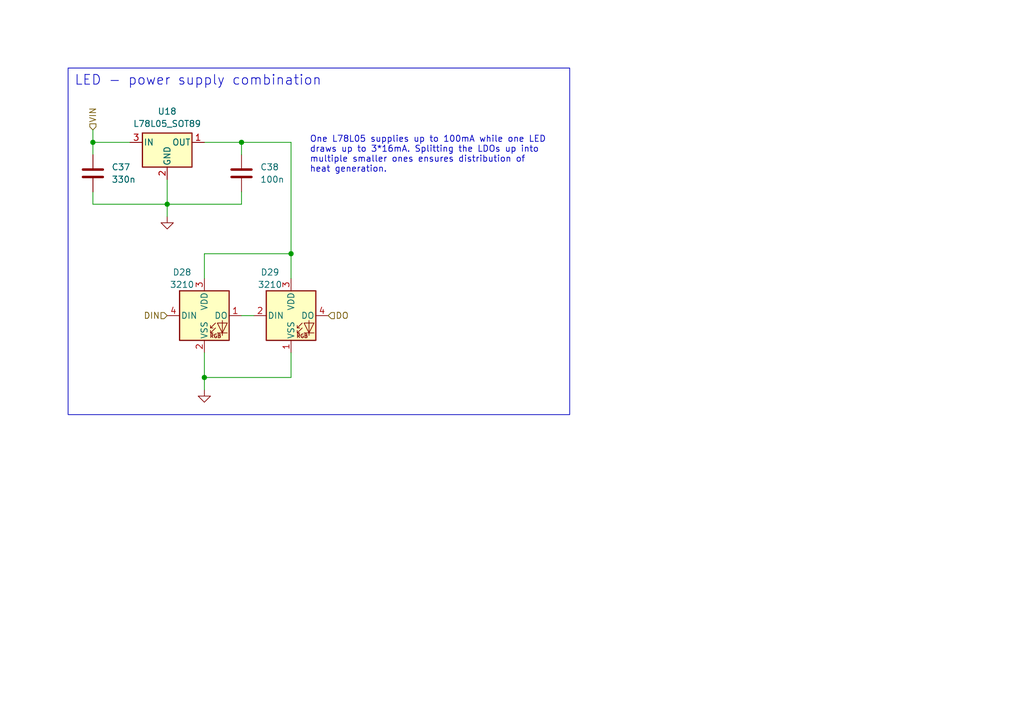
<source format=kicad_sch>
(kicad_sch (version 20250114) (generator "eeschema") (generator_version "9.0")
  (paper "A5")
  (lib_symbols
    (symbol "Device:C" (pin_numbers (hide yes)) (pin_names (offset 0.254))
      (property "Reference" "C" (at 0.635 2.54 0))
      (property "Value" "C" (at 0.635 -2.54 0))
      (symbol "C_0_1"
        (polyline (pts (xy -2.032 0.762) (xy 2.032 0.762)) (stroke (width 0.508)))
        (polyline (pts (xy -2.032 -0.762) (xy 2.032 -0.762)) (stroke (width 0.508)))
      )
      (symbol "C_1_1"
        (pin passive line (at 0 3.81 270) (length 2.794) (name "~") (number "1"))
        (pin passive line (at 0 -3.81 90) (length 2.794) (name "~") (number "2"))
      )
    )
    (symbol "Inolux_IN-PI554FCH_1" (pin_names (offset 0.254))
      (property "Reference" "D3" (at -4.572 8.89 0))
      (property "Value" "3210" (at -4.572 6.35 0))
      (symbol "Inolux_IN-PI554FCH_1_0_0"
        (text "RGB" (at 2.286 -4.191 0) (effects (font (size 0.762 0.762))))
      )
      (symbol "Inolux_IN-PI554FCH_1_0_1"
        (polyline (pts (xy 1.27 -2.54) (xy 1.778 -2.54)))
        (polyline (pts (xy 1.27 -3.556) (xy 1.778 -3.556)))
        (polyline (pts (xy 2.286 -1.524) (xy 1.27 -2.54) (xy 1.27 -2.032)))
        (polyline (pts (xy 2.286 -2.54) (xy 1.27 -3.556) (xy 1.27 -3.048)))
        (polyline (pts (xy 3.683 -1.016) (xy 3.683 -3.556) (xy 3.683 -4.064)))
        (polyline (pts (xy 4.699 -1.524) (xy 2.667 -1.524) (xy 3.683 -3.556) (xy 4.699 -1.524)))
        (polyline (pts (xy 4.699 -3.556) (xy 2.667 -3.556)))
        (rectangle (start 5.08 5.08) (end -5.08 -5.08) (stroke (width 0.254)) (fill (type background)))
      )
      (symbol "Inolux_IN-PI554FCH_1_1_1"
        (pin input line (at -7.62 0 0) (length 2.54) (name "DIN") (number "4"))
        (pin power_in line (at 0 7.62 270) (length 2.54) (name "VDD") (number "3"))
        (pin power_in line (at 0 -7.62 90) (length 2.54) (name "VSS") (number "2"))
        (pin output line (at 7.62 0 180) (length 2.54) (name "DO") (number "1"))
      )
    )
    (symbol "LED:Inolux_IN-PI554FCH" (pin_names (offset 0.254))
      (property "Reference" "D" (at 5.08 5.715 0))
      (property "Value" "Inolux_IN-PI554FCH" (at 1.27 -5.715 0))
      (symbol "Inolux_IN-PI554FCH_0_0"
        (text "RGB" (at 2.286 -4.191 0) (effects (font (size 0.762 0.762))))
      )
      (symbol "Inolux_IN-PI554FCH_0_1"
        (polyline (pts (xy 1.27 -2.54) (xy 1.778 -2.54)))
        (polyline (pts (xy 1.27 -3.556) (xy 1.778 -3.556)))
        (polyline (pts (xy 2.286 -1.524) (xy 1.27 -2.54) (xy 1.27 -2.032)))
        (polyline (pts (xy 2.286 -2.54) (xy 1.27 -3.556) (xy 1.27 -3.048)))
        (polyline (pts (xy 3.683 -1.016) (xy 3.683 -3.556) (xy 3.683 -4.064)))
        (polyline (pts (xy 4.699 -1.524) (xy 2.667 -1.524) (xy 3.683 -3.556) (xy 4.699 -1.524)))
        (polyline (pts (xy 4.699 -3.556) (xy 2.667 -3.556)))
        (rectangle (start 5.08 5.08) (end -5.08 -5.08) (stroke (width 0.254)) (fill (type background)))
      )
      (symbol "Inolux_IN-PI554FCH_1_1"
        (pin input line (at -7.62 0 0) (length 2.54) (name "DIN") (number "2"))
        (pin power_in line (at 0 7.62 270) (length 2.54) (name "VDD") (number "3"))
        (pin power_in line (at 0 -7.62 90) (length 2.54) (name "VSS") (number "1"))
        (pin output line (at 7.62 0 180) (length 2.54) (name "DO") (number "4"))
      )
    )
    (symbol "Regulator_Linear:L78L05_SOT89" (pin_names (offset 0.254))
      (property "Reference" "U" (at -3.81 3.175 0))
      (property "Value" "L78L05_SOT89" (at -0.635 3.175 0))
      (symbol "L78L05_SOT89_0_1"
        (rectangle (start -5.08 1.905) (end 5.08 -5.08) (stroke (width 0.254)) (fill (type background)))
      )
      (symbol "L78L05_SOT89_1_1"
        (pin power_in line (at -7.62 0 0) (length 2.54) (name "IN") (number "3"))
        (pin power_in line (at 0 -7.62 90) (length 2.54) (name "GND") (number "2"))
        (pin power_out line (at 7.62 0 180) (length 2.54) (name "OUT") (number "1"))
      )
    )
    (symbol "power:GND" (power) (pin_names (offset 0))
      (property "Value" "GND" (at 0 -3.81 0))
      (symbol "GND_0_1"
        (polyline (pts (xy 0 0) (xy 0 -1.27) (xy 1.27 -1.27) (xy 0 -2.54) (xy -1.27 -1.27) (xy 0 -1.27)))
      )
      (symbol "GND_1_1"
        (pin power_in line (at 0 0 270) (length 0) (hide yes) (name "GND") (number "1"))
      )
    )
  )
  (rectangle (start 13.97 13.97) (end 116.84 85.09))
  (text "LED - power supply combination" (at 15.24 17.78 0) (effects (font (size 2 2)) (justify left bottom)))
  (text "One L78L05 supplies up to 100mA while one LED\ndraws up to 3*16mA. Splitting the LDOs up into\nmultiple smaller ones ensures distribution of\nheat generation." (at 63.5 35.56 0) (effects (font (size 1.27 1.27)) (justify left bottom)))
  (junction (at 19.05 29.21))
  (junction (at 49.53 29.21))
  (junction (at 59.69 52.07))
  (junction (at 34.29 41.91))
  (junction (at 41.91 77.47))
  (wire (pts (xy 34.29 41.91) (xy 34.29 44.45)))
  (wire (pts (xy 19.05 29.21) (xy 26.67 29.21)))
  (wire (pts (xy 19.05 26.67) (xy 19.05 29.21)))
  (wire (pts (xy 41.91 29.21) (xy 49.53 29.21)))
  (wire (pts (xy 59.69 72.39) (xy 59.69 77.47)))
  (wire (pts (xy 41.91 57.15) (xy 41.91 52.07)))
  (wire (pts (xy 41.91 72.39) (xy 41.91 77.47)))
  (wire (pts (xy 41.91 77.47) (xy 59.69 77.47)))
  (wire (pts (xy 59.69 29.21) (xy 49.53 29.21)))
  (wire (pts (xy 59.69 52.07) (xy 59.69 29.21)))
  (wire (pts (xy 34.29 41.91) (xy 49.53 41.91)))
  (wire (pts (xy 34.29 36.83) (xy 34.29 41.91)))
  (wire (pts (xy 19.05 39.37) (xy 19.05 41.91)))
  (wire (pts (xy 19.05 41.91) (xy 34.29 41.91)))
  (wire (pts (xy 19.05 31.75) (xy 19.05 29.21)))
  (wire (pts (xy 41.91 77.47) (xy 41.91 80.01)))
  (wire (pts (xy 49.53 29.21) (xy 49.53 31.75)))
  (wire (pts (xy 59.69 52.07) (xy 59.69 57.15)))
  (wire (pts (xy 49.53 41.91) (xy 49.53 39.37)))
  (wire (pts (xy 41.91 52.07) (xy 59.69 52.07)))
  (wire (pts (xy 49.53 64.77) (xy 52.07 64.77)))
  (hierarchical_label "VIN" (shape input) (at 19.05 26.67 90))
  (hierarchical_label "DIN" (shape input) (at 34.29 64.77 180))
  (hierarchical_label "DO" (shape input) (at 67.31 64.77 0))
  (symbol (lib_id "Device:C") (at 49.53 35.56 0) (unit 1)
    (property "Reference" "C22" (at 53.34 34.29 0) (effects (justify left)))
    (property "Value" "100n" (at 53.34 36.83 0) (effects (justify left)))
    (property "Footprint" "Capacitor_SMD:C_0402_1005Metric" (effects (hide yes)))
    (property "Description" "16V 100nF X7R ±10% 0402 Multilayer Ceramic Capacitors MLCC - SMD/SMT ROHS" (effects (hide yes)))
    (property "LCSC#" "C1525" (effects (hide yes)))
    (instances (project "frodo_fancyfins" (path "" (reference "C38") (unit 1)) (path "" (reference "C32") (unit 1)) (path "" (reference "C26") (unit 1)) (path "" (reference "C28") (unit 1)) (path "" (reference "C20") (unit 1)) (path "" (reference "C22") (unit 1)) (path "" (reference "C30") (unit 1)) (path "" (reference "C24") (unit 1)) (path "" (reference "C36") (unit 1)) (path "" (reference "C34") (unit 1))))
  )
  (symbol (lib_id "LED:Inolux_IN-PI554FCH") (at 59.69 64.77 0) (unit 1)
    (property "Reference" "D15" (at 55.372 55.88 0))
    (property "Value" "3210" (at 55.372 58.42 0))
    (property "Footprint" "fancyfins:1313210530000" (effects (hide yes)))
    (property "Datasheet" "https://www.we-online.com/components/products/datasheet/1313210530000.pdf" (effects (hide yes)))
    (property "Description" "WL-ICLED LED mit integriertem Controller side view" (effects (hide yes)))
    (property "Art. Nr." "1313210530000" (effects (hide yes)))
    (instances (project "frodo_fancyfins" (path "" (reference "D29") (unit 1)) (path "" (reference "D20") (unit 1)) (path "" (reference "D17") (unit 1)) (path "" (reference "D18") (unit 1)) (path "" (reference "D14") (unit 1)) (path "" (reference "D15") (unit 1)) (path "" (reference "D19") (unit 1)) (path "" (reference "D16") (unit 1)) (path "" (reference "D27") (unit 1)) (path "" (reference "D21") (unit 1))))
  )
  (symbol (lib_name "Inolux_IN-PI554FCH_1") (lib_id "LED:Inolux_IN-PI554FCH") (at 41.91 64.77 0) (unit 1)
    (property "Reference" "D5" (at 37.338 55.88 0))
    (property "Value" "3210" (at 37.338 58.42 0))
    (property "Footprint" "fancyfins:1313210530000" (effects (hide yes)))
    (property "Datasheet" "https://www.we-online.com/components/products/datasheet/1313210530000.pdf" (effects (hide yes)))
    (property "Description" "WL-ICLED LED mit integriertem Controller side view" (effects (hide yes)))
    (property "Art. Nr." "1313210530000" (effects (hide yes)))
    (instances (project "frodo_fancyfins" (path "" (reference "D28") (unit 1)) (path "" (reference "D10") (unit 1)) (path "" (reference "D7") (unit 1)) (path "" (reference "D8") (unit 1)) (path "" (reference "D4") (unit 1)) (path "" (reference "D5") (unit 1)) (path "" (reference "D9") (unit 1)) (path "" (reference "D6") (unit 1)) (path "" (reference "D26") (unit 1)) (path "" (reference "D13") (unit 1))))
  )
  (symbol (lib_id "power:GND") (at 41.91 80.01 0) (mirror y) (unit 1)
    (property "Reference" "#PWR032" (effects (hide yes)))
    (property "Value" "GND" (effects (hide yes)))
    (instances (project "frodo_fancyfins" (path "" (reference "#PWR055") (unit 1)) (path "" (reference "#PWR049") (unit 1)) (path "" (reference "#PWR038") (unit 1)) (path "" (reference "#PWR040") (unit 1)) (path "" (reference "#PWR031") (unit 1)) (path "" (reference "#PWR032") (unit 1)) (path "" (reference "#PWR047") (unit 1)) (path "" (reference "#PWR036") (unit 1)) (path "" (reference "#PWR053") (unit 1)) (path "" (reference "#PWR051") (unit 1))))
  )
  (symbol (lib_id "Device:C") (at 19.05 35.56 0) (unit 1)
    (property "Reference" "C21" (at 22.86 34.29 0) (effects (justify left)))
    (property "Value" "330n" (at 22.86 36.83 0) (effects (justify left)))
    (property "Footprint" "Capacitor_SMD:C_0402_1005Metric" (effects (hide yes)))
    (property "Description" "25V 330nF X5R ±10% 0402 Multilayer Ceramic Capacitors MLCC - SMD/SMT ROHS" (effects (hide yes)))
    (property "LCSC#" "C5448882" (effects (hide yes)))
    (instances (project "frodo_fancyfins" (path "" (reference "C37") (unit 1)) (path "" (reference "C31") (unit 1)) (path "" (reference "C25") (unit 1)) (path "" (reference "C27") (unit 1)) (path "" (reference "C19") (unit 1)) (path "" (reference "C21") (unit 1)) (path "" (reference "C29") (unit 1)) (path "" (reference "C23") (unit 1)) (path "" (reference "C35") (unit 1)) (path "" (reference "C33") (unit 1))))
  )
  (symbol (lib_id "Regulator_Linear:L78L05_SOT89") (at 34.29 29.21 0) (unit 1)
    (property "Reference" "U8" (at 34.29 22.86 0))
    (property "Value" "L78L05_SOT89" (at 34.29 25.4 0))
    (property "Footprint" "Package_TO_SOT_SMD:SOT-89-3" (effects (hide yes)))
    (property "Datasheet" "http://www.st.com/content/ccc/resource/technical/document/datasheet/15/55/e5/aa/23/5b/43/fd/CD00000446.pdf/files/CD00000446.pdf/jcr:content/translations/en.CD00000446.pdf" (effects (hide yes)))
    (property "LCSC#" "C42738" (effects (hide yes)))
    (property "Manufacturer" "STMicroelectronics" (effects (hide yes)))
    (instances (project "frodo_fancyfins" (path "" (reference "U18") (unit 1)) (path "" (reference "U13") (unit 1)) (path "" (reference "U10") (unit 1)) (path "" (reference "U11") (unit 1)) (path "" (reference "U7") (unit 1)) (path "" (reference "U8") (unit 1)) (path "" (reference "U12") (unit 1)) (path "" (reference "U9") (unit 1)) (path "" (reference "U15") (unit 1)) (path "" (reference "U14") (unit 1))))
  )
  (symbol (lib_id "power:GND") (at 34.29 44.45 0) (unit 1)
    (property "Reference" "#PWR034" (effects (hide yes)))
    (property "Value" "GND" (effects (hide yes)))
    (instances (project "frodo_fancyfins" (path "" (reference "#PWR054") (unit 1)) (path "" (reference "#PWR048") (unit 1)) (path "" (reference "#PWR037") (unit 1)) (path "" (reference "#PWR039") (unit 1)) (path "" (reference "#PWR033") (unit 1)) (path "" (reference "#PWR034") (unit 1)) (path "" (reference "#PWR041") (unit 1)) (path "" (reference "#PWR035") (unit 1)) (path "" (reference "#PWR052") (unit 1)) (path "" (reference "#PWR050") (unit 1))))
  )
)
</source>
